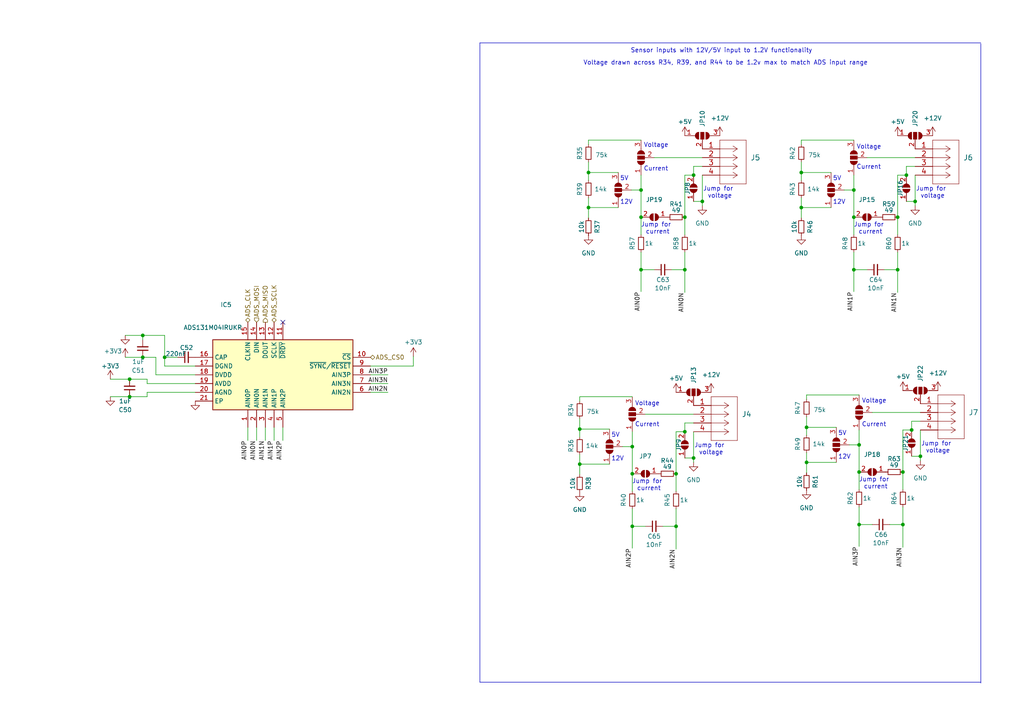
<source format=kicad_sch>
(kicad_sch (version 20231120) (generator "eeschema") (generator_version "8.0")
  (paper "A4")
  (lib_symbols
    (symbol "Device:C_Small" (pin_numbers hide) (pin_names (offset 0.254) hide)
      (property "Reference" "C" (at 0.254 1.778 0))
      (property "Value" "C_Small" (at 0.254 -2.032 0))
      (symbol "C_Small_0_1"
        (polyline (pts (xy -1.524 -0.508) (xy 1.524 -0.508)) (stroke (width 0.3302)))
        (polyline (pts (xy -1.524 0.508) (xy 1.524 0.508)) (stroke (width 0.3048)))
      )
      (symbol "C_Small_1_1"
        (pin passive line (at 0 2.54 270) (length 2.032) (name "~") (number "1"))
        (pin passive line (at 0 -2.54 90) (length 2.032) (name "~") (number "2"))
      )
    )
    (symbol "Device:R_Small" (pin_numbers hide) (pin_names (offset 0.254) hide)
      (property "Reference" "R" (at 0.762 0.508 0))
      (property "Value" "R_Small" (at 0.762 -1.016 0))
      (symbol "R_Small_0_1"
        (rectangle (start -0.762 1.778) (end 0.762 -1.778) (stroke (width 0.2032)))
      )
      (symbol "R_Small_1_1"
        (pin passive line (at 0 2.54 270) (length 0.762) (name "~") (number "1"))
        (pin passive line (at 0 -2.54 90) (length 0.762) (name "~") (number "2"))
      )
    )
    (symbol "GND_1" (power) (pin_names (offset 0))
      (property "Value" "GND_1" (at 0 -3.81 0))
      (symbol "GND_1_0_1"
        (polyline (pts (xy 0 0) (xy 0 -1.27) (xy 1.27 -1.27) (xy 0 -2.54) (xy -1.27 -1.27) (xy 0 -1.27)))
      )
      (symbol "GND_1_1_1"
        (pin power_in line (at 0 0 270) (length 0) hide (name "GND") (number "1"))
      )
    )
    (symbol "Jumper:SolderJumper_2_Open" (pin_names (offset 0) hide)
      (property "Reference" "JP" (at 0 2.032 0))
      (property "Value" "SolderJumper_2_Open" (at 0 -2.54 0))
      (symbol "SolderJumper_2_Open_0_1"
        (arc (start -0.254 1.016) (mid -1.2656 0) (end -0.254 -1.016))
        (arc (start -0.254 1.016) (mid -1.2656 0) (end -0.254 -1.016) (fill (type outline)))
        (polyline (pts (xy -0.254 1.016) (xy -0.254 -1.016)))
        (polyline (pts (xy 0.254 1.016) (xy 0.254 -1.016)))
        (arc (start 0.254 -1.016) (mid 1.2656 0) (end 0.254 1.016))
        (arc (start 0.254 -1.016) (mid 1.2656 0) (end 0.254 1.016) (fill (type outline)))
      )
      (symbol "SolderJumper_2_Open_1_1"
        (pin passive line (at -3.81 0 0) (length 2.54) (name "A") (number "1"))
        (pin passive line (at 3.81 0 180) (length 2.54) (name "B") (number "2"))
      )
    )
    (symbol "Jumper:SolderJumper_3_Open" (pin_names (offset 0) hide)
      (property "Reference" "JP" (at -2.54 -2.54 0))
      (property "Value" "SolderJumper_3_Open" (at 0 2.794 0))
      (symbol "SolderJumper_3_Open_0_1"
        (arc (start -1.016 1.016) (mid -2.0276 0) (end -1.016 -1.016))
        (arc (start -1.016 1.016) (mid -2.0276 0) (end -1.016 -1.016) (fill (type outline)))
        (rectangle (start -0.508 1.016) (end 0.508 -1.016) (fill (type outline)))
        (polyline (pts (xy -2.54 0) (xy -2.032 0)))
        (polyline (pts (xy -1.016 1.016) (xy -1.016 -1.016)))
        (polyline (pts (xy 0 -1.27) (xy 0 -1.016)))
        (polyline (pts (xy 1.016 1.016) (xy 1.016 -1.016)))
        (polyline (pts (xy 2.54 0) (xy 2.032 0)))
        (arc (start 1.016 -1.016) (mid 2.0276 0) (end 1.016 1.016))
        (arc (start 1.016 -1.016) (mid 2.0276 0) (end 1.016 1.016) (fill (type outline)))
      )
      (symbol "SolderJumper_3_Open_1_1"
        (pin passive line (at -5.08 0 0) (length 2.54) (name "A") (number "1"))
        (pin input line (at 0 -3.81 90) (length 2.54) (name "C") (number "2"))
        (pin passive line (at 5.08 0 180) (length 2.54) (name "B") (number "3"))
      )
    )
    (symbol "iclr:1053131104" (pin_names (offset 0.254) hide)
      (property "Reference" "J" (at 8.89 6.35 0))
      (property "Value" "1053131104" (at 10.16 -5.08 0))
      (symbol "1053131104_1_1"
        (polyline (pts (xy 5.08 -10.16) (xy 12.7 -10.16)) (stroke (width 0.127)))
        (polyline (pts (xy 5.08 2.54) (xy 5.08 -10.16)) (stroke (width 0.127)))
        (polyline (pts (xy 10.16 -7.62) (xy 5.08 -7.62)) (stroke (width 0.127)))
        (polyline (pts (xy 10.16 -7.62) (xy 8.89 -8.4582)) (stroke (width 0.127)))
        (polyline (pts (xy 10.16 -7.62) (xy 8.89 -6.7818)) (stroke (width 0.127)))
        (polyline (pts (xy 10.16 -5.08) (xy 5.08 -5.08)) (stroke (width 0.127)))
        (polyline (pts (xy 10.16 -5.08) (xy 8.89 -5.9182)) (stroke (width 0.127)))
        (polyline (pts (xy 10.16 -5.08) (xy 8.89 -4.2418)) (stroke (width 0.127)))
        (polyline (pts (xy 10.16 -2.54) (xy 5.08 -2.54)) (stroke (width 0.127)))
        (polyline (pts (xy 10.16 -2.54) (xy 8.89 -3.3782)) (stroke (width 0.127)))
        (polyline (pts (xy 10.16 -2.54) (xy 8.89 -1.7018)) (stroke (width 0.127)))
        (polyline (pts (xy 10.16 0) (xy 5.08 0)) (stroke (width 0.127)))
        (polyline (pts (xy 10.16 0) (xy 8.89 -0.8382)) (stroke (width 0.127)))
        (polyline (pts (xy 10.16 0) (xy 8.89 0.8382)) (stroke (width 0.127)))
        (polyline (pts (xy 12.7 -10.16) (xy 12.7 2.54)) (stroke (width 0.127)))
        (polyline (pts (xy 12.7 2.54) (xy 5.08 2.54)) (stroke (width 0.127)))
        (pin unspecified line (at 0 0 0) (length 5.08) (name "1") (number "1"))
        (pin unspecified line (at 0 -2.54 0) (length 5.08) (name "2") (number "2"))
        (pin unspecified line (at 0 -5.08 0) (length 5.08) (name "3") (number "3"))
        (pin unspecified line (at 0 -7.62 0) (length 5.08) (name "4") (number "4"))
      )
    )
    (symbol "iclr:ADS131M04IRUKR"
      (property "Reference" "IC" (at 26.67 15.24 0))
      (property "Value" "ADS131M04IRUKR" (at 26.67 12.7 0))
      (symbol "ADS131M04IRUKR_1_1"
        (rectangle (start 5.08 10.16) (end 25.4 -30.48) (stroke (width 0.254)) (fill (type background)))
        (pin passive line (at 0 0 0) (length 5.08) (name "AIN0P") (number "1"))
        (pin passive line (at 20.32 -35.56 90) (length 5.08) (name "~{CS}") (number "10"))
        (pin passive line (at 30.48 -10.16 180) (length 5.08) (name "~{DRDY}") (number "11"))
        (pin passive line (at 30.48 -7.62 180) (length 5.08) (name "SCLK") (number "12"))
        (pin passive line (at 30.48 -5.08 180) (length 5.08) (name "DOUT") (number "13"))
        (pin passive line (at 30.48 -2.54 180) (length 5.08) (name "DIN") (number "14"))
        (pin passive line (at 30.48 0 180) (length 5.08) (name "CLKIN") (number "15"))
        (pin passive line (at 20.32 15.24 270) (length 5.08) (name "CAP") (number "16"))
        (pin passive line (at 17.78 15.24 270) (length 5.08) (name "DGND") (number "17"))
        (pin passive line (at 15.24 15.24 270) (length 5.08) (name "DVDD") (number "18"))
        (pin passive line (at 12.7 15.24 270) (length 5.08) (name "AVDD") (number "19"))
        (pin passive line (at 0 -2.54 0) (length 5.08) (name "AIN0N") (number "2"))
        (pin passive line (at 10.16 15.24 270) (length 5.08) (name "AGND") (number "20"))
        (pin passive line (at 7.62 15.24 270) (length 5.08) (name "EP") (number "21"))
        (pin passive line (at 0 -5.08 0) (length 5.08) (name "AIN1N") (number "3"))
        (pin passive line (at 0 -7.62 0) (length 5.08) (name "AIN1P") (number "4"))
        (pin passive line (at 0 -10.16 0) (length 5.08) (name "AIN2P") (number "5"))
        (pin passive line (at 10.16 -35.56 90) (length 5.08) (name "AIN2N") (number "6"))
        (pin passive line (at 12.7 -35.56 90) (length 5.08) (name "AIN3N") (number "7"))
        (pin passive line (at 15.24 -35.56 90) (length 5.08) (name "AIN3P") (number "8"))
        (pin passive line (at 17.78 -35.56 90) (length 5.08) (name "~{SYNC}/~{RESET}") (number "9"))
      )
    )
    (symbol "power:+12V" (power) (pin_names (offset 0))
      (property "Value" "+12V" (at 0 3.556 0))
      (symbol "+12V_0_1"
        (polyline (pts (xy -0.762 1.27) (xy 0 2.54)))
        (polyline (pts (xy 0 0) (xy 0 2.54)))
        (polyline (pts (xy 0 2.54) (xy 0.762 1.27)))
      )
      (symbol "+12V_1_1"
        (pin power_in line (at 0 0 90) (length 0) hide (name "+12V") (number "1"))
      )
    )
    (symbol "power:+3.3V" (power) (pin_names (offset 0))
      (property "Value" "+3.3V" (at 0 3.556 0))
      (symbol "+3.3V_0_1"
        (polyline (pts (xy -0.762 1.27) (xy 0 2.54)))
        (polyline (pts (xy 0 0) (xy 0 2.54)))
        (polyline (pts (xy 0 2.54) (xy 0.762 1.27)))
      )
      (symbol "+3.3V_1_1"
        (pin power_in line (at 0 0 90) (length 0) hide (name "+3V3") (number "1"))
      )
    )
    (symbol "power:+3V3" (power) (pin_numbers hide) (pin_names (offset 0) hide)
      (property "Value" "+3V3" (at 0 3.556 0))
      (symbol "+3V3_0_1"
        (polyline (pts (xy -0.762 1.27) (xy 0 2.54)))
        (polyline (pts (xy 0 0) (xy 0 2.54)))
        (polyline (pts (xy 0 2.54) (xy 0.762 1.27)))
      )
      (symbol "+3V3_1_1"
        (pin power_in line (at 0 0 90) (length 0) (name "~") (number "1"))
      )
    )
    (symbol "power:+5V" (power) (pin_names (offset 0))
      (property "Value" "+5V" (at 0 3.556 0))
      (symbol "+5V_0_1"
        (polyline (pts (xy -0.762 1.27) (xy 0 2.54)))
        (polyline (pts (xy 0 0) (xy 0 2.54)))
        (polyline (pts (xy 0 2.54) (xy 0.762 1.27)))
      )
      (symbol "+5V_1_1"
        (pin power_in line (at 0 0 90) (length 0) hide (name "+5V") (number "1"))
      )
    )
    (symbol "power:GND" (power) (pin_names (offset 0))
      (property "Value" "GND" (at 0 -3.81 0))
      (symbol "GND_0_1"
        (polyline (pts (xy 0 0) (xy 0 -1.27) (xy 1.27 -1.27) (xy 0 -2.54) (xy -1.27 -1.27) (xy 0 -1.27)))
      )
      (symbol "GND_1_1"
        (pin power_in line (at 0 0 270) (length 0) hide (name "GND") (number "1"))
      )
    )
  )
  (junction (at 201.168 132.842))
  (junction (at 260.35 62.992))
  (junction (at 233.934 123.952))
  (junction (at 47.752 103.632))
  (junction (at 198.628 125.222))
  (junction (at 260.35 78.232))
  (junction (at 247.65 62.992))
  (junction (at 41.402 97.282))
  (junction (at 232.41 50.038))
  (junction (at 261.874 136.906))
  (junction (at 183.388 152.654))
  (junction (at 185.928 62.992))
  (junction (at 265.43 58.42))
  (junction (at 247.65 78.232))
  (junction (at 170.688 50.038))
  (junction (at 198.628 62.992))
  (junction (at 233.934 134.112))
  (junction (at 170.688 60.198))
  (junction (at 261.874 152.146))
  (junction (at 168.148 134.62))
  (junction (at 198.628 78.232))
  (junction (at 185.928 55.118))
  (junction (at 37.592 115.062))
  (junction (at 196.088 152.654))
  (junction (at 249.174 129.032))
  (junction (at 262.89 50.8))
  (junction (at 183.388 137.414))
  (junction (at 232.41 60.198))
  (junction (at 247.65 55.118))
  (junction (at 196.088 137.414))
  (junction (at 37.592 109.982))
  (junction (at 249.174 152.146))
  (junction (at 41.402 103.632))
  (junction (at 266.954 132.334))
  (junction (at 249.174 136.906))
  (junction (at 185.928 78.232))
  (junction (at 201.168 50.8))
  (junction (at 168.148 124.46))
  (junction (at 203.708 58.42))
  (junction (at 183.388 129.54))
  (junction (at 264.414 124.714))
  (no_connect (at 82.042 93.472))
  (wire (pts (xy 233.934 120.904) (xy 233.934 123.952)))
  (wire (pts (xy 262.89 58.42) (xy 265.43 58.42)))
  (wire (pts (xy 266.954 124.714) (xy 266.954 132.334)))
  (wire (pts (xy 183.134 55.118) (xy 185.928 55.118)))
  (wire (pts (xy 198.628 132.842) (xy 201.168 132.842)))
  (wire (pts (xy 42.672 109.982) (xy 42.672 111.252)))
  (wire (pts (xy 201.168 48.26) (xy 203.708 48.26)))
  (wire (pts (xy 45.212 103.632) (xy 45.212 108.712)))
  (wire (pts (xy 201.168 48.26) (xy 201.168 50.8)))
  (wire (pts (xy 247.65 78.232) (xy 251.46 78.232)))
  (wire (pts (xy 183.388 137.414) (xy 183.388 142.494)))
  (wire (pts (xy 170.688 40.64) (xy 170.688 41.91)))
  (wire (pts (xy 45.212 108.712) (xy 56.642 108.712)))
  (wire (pts (xy 183.388 152.654) (xy 187.198 152.654)))
  (wire (pts (xy 203.708 58.42) (xy 203.708 59.69)))
  (wire (pts (xy 79.502 127.762) (xy 79.502 123.952)))
  (wire (pts (xy 37.592 109.982) (xy 32.004 109.982)))
  (wire (pts (xy 168.148 121.412) (xy 168.148 124.46)))
  (wire (pts (xy 183.388 129.54) (xy 183.388 137.414)))
  (wire (pts (xy 201.168 125.222) (xy 201.168 132.842)))
  (wire (pts (xy 251.46 45.72) (xy 265.43 45.72)))
  (wire (pts (xy 37.592 113.792) (xy 37.592 115.062)))
  (wire (pts (xy 247.65 62.992) (xy 247.65 68.072)))
  (wire (pts (xy 232.41 40.64) (xy 232.41 41.91)))
  (wire (pts (xy 233.934 134.112) (xy 242.57 134.112)))
  (wire (pts (xy 247.65 50.8) (xy 247.65 55.118)))
  (wire (pts (xy 198.628 78.232) (xy 198.628 84.836)))
  (wire (pts (xy 41.402 97.282) (xy 41.402 98.552)))
  (wire (pts (xy 168.148 134.62) (xy 168.148 137.668)))
  (wire (pts (xy 170.688 50.038) (xy 170.688 52.324)))
  (wire (pts (xy 185.928 78.232) (xy 189.738 78.232)))
  (wire (pts (xy 183.388 125.222) (xy 183.388 129.54)))
  (wire (pts (xy 71.882 127.762) (xy 71.882 123.952)))
  (wire (pts (xy 232.41 46.99) (xy 232.41 50.038)))
  (wire (pts (xy 233.934 131.318) (xy 233.934 134.112)))
  (wire (pts (xy 37.592 115.062) (xy 42.672 115.062)))
  (wire (pts (xy 261.874 152.146) (xy 261.874 158.75)))
  (wire (pts (xy 233.934 134.112) (xy 233.934 137.16)))
  (wire (pts (xy 260.35 78.232) (xy 260.35 84.836)))
  (wire (pts (xy 168.148 124.46) (xy 176.784 124.46)))
  (wire (pts (xy 185.928 73.152) (xy 185.928 78.232)))
  (wire (pts (xy 185.928 50.8) (xy 185.928 55.118)))
  (wire (pts (xy 187.198 120.142) (xy 201.168 120.142)))
  (wire (pts (xy 249.174 124.714) (xy 249.174 129.032)))
  (wire (pts (xy 107.442 111.252) (xy 112.522 111.252)))
  (wire (pts (xy 183.388 152.654) (xy 183.388 159.004)))
  (wire (pts (xy 168.148 115.062) (xy 168.148 116.332)))
  (polyline (pts (xy 284.48 12.7) (xy 284.48 198.12)))
  (wire (pts (xy 185.928 55.118) (xy 185.928 62.992)))
  (wire (pts (xy 232.41 60.198) (xy 232.41 63.246)))
  (wire (pts (xy 196.088 137.414) (xy 196.088 142.494)))
  (wire (pts (xy 203.708 50.8) (xy 203.708 58.42)))
  (wire (pts (xy 36.322 103.632) (xy 41.402 103.632)))
  (wire (pts (xy 266.954 132.334) (xy 266.954 133.604)))
  (wire (pts (xy 232.41 57.404) (xy 232.41 60.198)))
  (wire (pts (xy 32.004 115.062) (xy 37.592 115.062)))
  (polyline (pts (xy 139.192 12.446) (xy 139.192 197.866)))
  (wire (pts (xy 183.388 115.062) (xy 168.148 115.062)))
  (wire (pts (xy 198.628 62.992) (xy 198.628 68.072)))
  (wire (pts (xy 170.688 50.038) (xy 179.324 50.038)))
  (wire (pts (xy 196.088 125.222) (xy 198.628 125.222)))
  (wire (pts (xy 198.628 122.682) (xy 198.628 125.222)))
  (wire (pts (xy 47.752 103.632) (xy 51.562 103.632)))
  (wire (pts (xy 185.928 40.64) (xy 170.688 40.64)))
  (wire (pts (xy 189.738 45.72) (xy 203.708 45.72)))
  (wire (pts (xy 265.43 58.42) (xy 265.43 59.69)))
  (wire (pts (xy 198.628 122.682) (xy 201.168 122.682)))
  (wire (pts (xy 170.688 60.198) (xy 179.324 60.198)))
  (wire (pts (xy 246.38 129.032) (xy 249.174 129.032)))
  (wire (pts (xy 249.174 136.906) (xy 249.174 141.986)))
  (wire (pts (xy 185.928 78.232) (xy 185.928 84.582)))
  (wire (pts (xy 233.934 123.952) (xy 233.934 126.238)))
  (wire (pts (xy 198.628 62.992) (xy 198.628 50.8)))
  (wire (pts (xy 261.874 152.146) (xy 261.874 147.066)))
  (wire (pts (xy 198.628 50.8) (xy 201.168 50.8)))
  (wire (pts (xy 249.174 152.146) (xy 249.174 158.496)))
  (wire (pts (xy 170.688 60.198) (xy 170.688 63.246)))
  (wire (pts (xy 258.064 152.146) (xy 261.874 152.146)))
  (wire (pts (xy 233.934 123.952) (xy 242.57 123.952)))
  (wire (pts (xy 119.888 103.378) (xy 119.888 106.172)))
  (wire (pts (xy 247.65 40.64) (xy 232.41 40.64)))
  (wire (pts (xy 201.168 132.842) (xy 201.168 134.112)))
  (wire (pts (xy 37.592 109.982) (xy 37.592 111.252)))
  (wire (pts (xy 198.628 78.232) (xy 198.628 73.152)))
  (wire (pts (xy 249.174 114.554) (xy 233.934 114.554)))
  (wire (pts (xy 256.54 78.232) (xy 260.35 78.232)))
  (wire (pts (xy 264.414 132.334) (xy 266.954 132.334)))
  (wire (pts (xy 41.402 97.282) (xy 47.752 97.282)))
  (wire (pts (xy 196.088 152.654) (xy 196.088 159.258)))
  (wire (pts (xy 36.322 97.282) (xy 41.402 97.282)))
  (wire (pts (xy 42.672 111.252) (xy 56.642 111.252)))
  (wire (pts (xy 107.442 113.792) (xy 112.522 113.792)))
  (wire (pts (xy 47.752 97.282) (xy 47.752 103.632)))
  (wire (pts (xy 261.874 124.714) (xy 264.414 124.714)))
  (wire (pts (xy 262.89 48.26) (xy 265.43 48.26)))
  (wire (pts (xy 168.148 124.46) (xy 168.148 126.746)))
  (wire (pts (xy 170.688 57.404) (xy 170.688 60.198)))
  (wire (pts (xy 74.422 127.762) (xy 74.422 123.952)))
  (wire (pts (xy 261.874 136.906) (xy 261.874 141.986)))
  (wire (pts (xy 247.65 73.152) (xy 247.65 78.232)))
  (wire (pts (xy 247.65 55.118) (xy 247.65 62.992)))
  (wire (pts (xy 249.174 147.066) (xy 249.174 152.146)))
  (wire (pts (xy 264.414 122.174) (xy 266.954 122.174)))
  (wire (pts (xy 252.984 119.634) (xy 266.954 119.634)))
  (wire (pts (xy 196.088 152.654) (xy 196.088 147.574)))
  (polyline (pts (xy 284.48 197.866) (xy 139.192 197.866)))
  (wire (pts (xy 185.928 62.992) (xy 185.928 68.072)))
  (wire (pts (xy 168.148 131.826) (xy 168.148 134.62)))
  (wire (pts (xy 107.442 108.712) (xy 112.522 108.712)))
  (wire (pts (xy 168.148 134.62) (xy 176.784 134.62)))
  (wire (pts (xy 196.088 137.414) (xy 196.088 125.222)))
  (wire (pts (xy 262.89 48.26) (xy 262.89 50.8)))
  (wire (pts (xy 180.594 129.54) (xy 183.388 129.54)))
  (wire (pts (xy 260.35 78.232) (xy 260.35 73.152)))
  (polyline (pts (xy 139.192 12.446) (xy 284.48 12.446)))
  (wire (pts (xy 41.402 103.632) (xy 45.212 103.632)))
  (wire (pts (xy 260.35 62.992) (xy 260.35 68.072)))
  (wire (pts (xy 264.414 122.174) (xy 264.414 124.714)))
  (wire (pts (xy 42.672 115.062) (xy 42.672 113.792)))
  (wire (pts (xy 201.168 58.42) (xy 203.708 58.42)))
  (wire (pts (xy 233.934 114.554) (xy 233.934 115.824)))
  (wire (pts (xy 107.442 106.172) (xy 119.888 106.172)))
  (wire (pts (xy 260.35 50.8) (xy 262.89 50.8)))
  (wire (pts (xy 37.592 109.982) (xy 42.672 109.982)))
  (wire (pts (xy 232.41 50.038) (xy 232.41 52.324)))
  (wire (pts (xy 76.962 127.762) (xy 76.962 123.952)))
  (wire (pts (xy 249.174 152.146) (xy 252.984 152.146)))
  (wire (pts (xy 260.35 62.992) (xy 260.35 50.8)))
  (wire (pts (xy 247.65 78.232) (xy 247.65 84.582)))
  (wire (pts (xy 192.278 152.654) (xy 196.088 152.654)))
  (wire (pts (xy 47.752 103.632) (xy 47.752 106.172)))
  (wire (pts (xy 265.43 50.8) (xy 265.43 58.42)))
  (wire (pts (xy 232.41 50.038) (xy 241.046 50.038)))
  (wire (pts (xy 170.688 46.99) (xy 170.688 50.038)))
  (wire (pts (xy 194.818 78.232) (xy 198.628 78.232)))
  (wire (pts (xy 47.752 106.172) (xy 56.642 106.172)))
  (wire (pts (xy 249.174 129.032) (xy 249.174 136.906)))
  (wire (pts (xy 261.874 136.906) (xy 261.874 124.714)))
  (wire (pts (xy 232.41 60.198) (xy 241.046 60.198)))
  (wire (pts (xy 82.042 127.762) (xy 82.042 123.952)))
  (wire (pts (xy 244.856 55.118) (xy 247.65 55.118)))
  (wire (pts (xy 183.388 147.574) (xy 183.388 152.654)))
  (wire (pts (xy 42.672 113.792) (xy 56.642 113.792)))
  (text "12V\n" (at 243.078 133.35 0) (effects (font (size 1.27 1.27)) (justify left bottom)))
  (text "Jump for \ncurrent" (at 254 141.986 0) (effects (font (size 1.27 1.27)) (justify bottom)))
  (text "Voltage drawn across R34, R39, and R44 to be 1.2v max to match ADS input range" (at 169.164 19.05 0) (effects (font (size 1.27 1.27)) (justify left bottom)))
  (text "5V" (at 179.832 52.578 0) (effects (font (size 1.27 1.27)) (justify left bottom)))
  (text "Jump for \ncurrent" (at 188.214 142.494 0) (effects (font (size 1.27 1.27)) (justify bottom)))
  (text "5V" (at 243.078 126.492 0) (effects (font (size 1.27 1.27)) (justify left bottom)))
  (text "Voltage" (at 184.15 117.856 0) (effects (font (size 1.27 1.27)) (justify left bottom)))
  (text "Voltage" (at 249.936 117.094 0) (effects (font (size 1.27 1.27)) (justify left bottom)))
  (text "12V\n" (at 241.554 59.436 0) (effects (font (size 1.27 1.27)) (justify left bottom)))
  (text "12V\n" (at 179.832 59.436 0) (effects (font (size 1.27 1.27)) (justify left bottom)))
  (text "Current" (at 186.69 49.784 0) (effects (font (size 1.27 1.27)) (justify left bottom)))
  (text "Jump for \nvoltage" (at 206.248 132.08 0) (effects (font (size 1.27 1.27)) (justify bottom)))
  (text "Jump for \ncurrent" (at 252.476 68.072 0) (effects (font (size 1.27 1.27)) (justify bottom)))
  (text "12V\n" (at 177.292 133.858 0) (effects (font (size 1.27 1.27)) (justify left bottom)))
  (text "Jump for \nvoltage" (at 208.788 57.658 0) (effects (font (size 1.27 1.27)) (justify bottom)))
  (text "Voltage" (at 248.412 43.434 0) (effects (font (size 1.27 1.27)) (justify left bottom)))
  (text "Jump for \nvoltage" (at 270.51 57.658 0) (effects (font (size 1.27 1.27)) (justify bottom)))
  (text "5V" (at 177.292 127 0) (effects (font (size 1.27 1.27)) (justify left bottom)))
  (text "Voltage" (at 186.69 42.926 0) (effects (font (size 1.27 1.27)) (justify left bottom)))
  (text "Sensor inputs with 12V/5V input to 1.2V functionality\n" (at 182.88 15.494 0) (effects (font (size 1.27 1.27)) (justify left bottom)))
  (text "Current" (at 248.412 49.276 0) (effects (font (size 1.27 1.27)) (justify left bottom)))
  (text "Jump for \nvoltage" (at 272.034 131.572 0) (effects (font (size 1.27 1.27)) (justify bottom)))
  (text "Current" (at 184.15 123.952 0) (effects (font (size 1.27 1.27)) (justify left bottom)))
  (text "Current" (at 249.936 123.952 0) (effects (font (size 1.27 1.27)) (justify left bottom)))
  (text "5V" (at 241.554 52.578 0) (effects (font (size 1.27 1.27)) (justify left bottom)))
  (text "Jump for \ncurrent" (at 190.754 68.072 0) (effects (font (size 1.27 1.27)) (justify bottom)))
  (label "AIN0N" (at 74.422 127.762 270))
  (label "AIN3P" (at 249.174 158.496 270))
  (label "AIN0P" (at 185.928 84.582 270))
  (label "AIN3N" (at 261.874 158.75 270))
  (label "AIN1P" (at 79.502 127.762 270))
  (label "AIN2P" (at 82.042 127.762 270))
  (label "AIN1N" (at 76.962 127.762 270))
  (label "AIN0N" (at 198.628 84.836 270))
  (label "AIN2N" (at 112.522 113.792 180))
  (label "AIN2N" (at 196.088 159.258 270))
  (label "AIN3P" (at 112.522 108.712 180))
  (label "AIN1N" (at 260.35 84.836 270))
  (label "AIN2P" (at 183.388 159.004 270))
  (label "AIN1P" (at 247.65 84.582 270))
  (label "AIN3N" (at 112.522 111.252 180))
  (label "AIN0P" (at 71.882 127.762 270))
  (hierarchical_label "ADS_MISO" (shape output) (at 76.962 93.472 90))
  (hierarchical_label "ADS_CLK" (shape bidirectional) (at 71.882 93.472 90))
  (hierarchical_label "ADS_MOSI" (shape input) (at 74.422 93.472 90))
  (hierarchical_label "ADS_CS0" (shape bidirectional) (at 107.442 103.632 0))
  (hierarchical_label "ADS_SCLK" (shape bidirectional) (at 79.502 93.472 90))
  (symbol (lib_id "iclr:1053131104") (at 201.168 117.602 0) (unit 1)
    (property "Reference" "J4" (at 215.138 120.142 0) (effects (font (size 1.524 1.524)) (justify left)))
    (property "Value" "1053131104" (effects (hide yes)))
    (property "Footprint" "Connector_Molex:Molex_Nano-Fit_105313-xx04_1x04_P2.50mm_Horizontal" (effects (hide yes)))
  )
  (symbol (lib_id "Device:R_Small") (at 247.65 70.612 0) (unit 1)
    (property "Reference" "R48" (at 245.11 70.612 90))
    (property "Value" "1k" (at 249.936 70.612 0))
    (property "Footprint" "Resistor_SMD:R_0402_1005Metric" (effects (hide yes)))
  )
  (symbol (lib_id "power:GND") (at 203.708 59.69 0) (unit 1)
    (property "Reference" "#PWR098" (effects (hide yes)))
    (property "Value" "GND" (at 203.708 64.77 0))
  )
  (symbol (lib_id "power:+5V") (at 198.628 39.37 0) (unit 1)
    (property "Reference" "#PWR0103" (effects (hide yes)))
    (property "Value" "+5V" (at 198.628 35.306 0))
  )
  (symbol (lib_id "Jumper:SolderJumper_3_Open") (at 265.43 39.37 0) (unit 1)
    (property "Reference" "JP20" (at 265.43 36.83 90) (effects (justify left)))
    (property "Value" "SolderJumper_3_Open" (effects (hide yes)))
    (property "Footprint" "Jumper:SolderJumper-3_P1.3mm_Open_RoundedPad1.0x1.5mm_NumberLabels" (effects (hide yes)))
  )
  (symbol (lib_id "Jumper:SolderJumper_2_Open") (at 201.168 54.61 90) (unit 1)
    (property "Reference" "JP8" (at 199.39 54.61 0))
    (property "Value" "SolderJumper_2_Open" (effects (hide yes)))
    (property "Footprint" "iclr:SmallerSolderJP" (effects (hide yes)))
  )
  (symbol (lib_id "Device:R_Small") (at 196.088 145.034 0) (unit 1)
    (property "Reference" "R45" (at 193.548 145.034 90))
    (property "Value" "1k" (at 198.374 145.034 0))
    (property "Footprint" "Resistor_SMD:R_0402_1005Metric" (effects (hide yes)))
  )
  (symbol (lib_id "Device:R_Small") (at 168.148 129.286 0) (unit 1)
    (property "Reference" "R36" (at 165.608 129.286 90))
    (property "Value" "14k" (at 171.704 129.286 0))
    (property "Footprint" "Resistor_SMD:R_0402_1005Metric" (effects (hide yes)))
  )
  (symbol (lib_name "GND_1") (lib_id "power:GND") (at 56.642 116.332 0) (unit 1)
    (property "Reference" "#PWR0121" (effects (hide yes)))
    (property "Value" "GND" (effects (hide yes)))
  )
  (symbol (lib_id "Jumper:SolderJumper_3_Open") (at 266.954 113.284 0) (unit 1)
    (property "Reference" "JP22" (at 266.954 110.744 90) (effects (justify left)))
    (property "Value" "SolderJumper_3_Open" (effects (hide yes)))
    (property "Footprint" "Jumper:SolderJumper-3_P1.3mm_Open_RoundedPad1.0x1.5mm_NumberLabels" (effects (hide yes)))
  )
  (symbol (lib_id "Device:R_Small") (at 233.934 128.778 0) (unit 1)
    (property "Reference" "R49" (at 231.394 128.778 90))
    (property "Value" "14k" (at 237.49 128.778 0))
    (property "Footprint" "Resistor_SMD:R_0402_1005Metric" (effects (hide yes)))
  )
  (symbol (lib_id "Jumper:SolderJumper_2_Open") (at 251.46 62.992 180) (unit 1)
    (property "Reference" "JP15" (at 251.46 57.912 0))
    (property "Value" "SolderJumper_2_Open" (effects (hide yes)))
    (property "Footprint" "iclr:SmallerSolderJP" (effects (hide yes)))
  )
  (symbol (lib_id "Jumper:SolderJumper_2_Open") (at 189.738 62.992 180) (unit 1)
    (property "Reference" "JP19" (at 189.738 57.912 0))
    (property "Value" "SolderJumper_2_Open" (effects (hide yes)))
    (property "Footprint" "iclr:SmallerSolderJP" (effects (hide yes)))
  )
  (symbol (lib_id "Jumper:SolderJumper_3_Open") (at 201.168 113.792 0) (unit 1)
    (property "Reference" "JP13" (at 201.168 111.252 90) (effects (justify left)))
    (property "Value" "SolderJumper_3_Open" (effects (hide yes)))
    (property "Footprint" "Jumper:SolderJumper-3_P1.3mm_Open_RoundedPad1.0x1.5mm_NumberLabels" (effects (hide yes)))
  )
  (symbol (lib_id "iclr:1053131104") (at 265.43 43.18 0) (unit 1)
    (property "Reference" "J6" (at 279.4 45.72 0) (effects (font (size 1.524 1.524)) (justify left)))
    (property "Value" "1053131104" (effects (hide yes)))
    (property "Footprint" "Connector_Molex:Molex_Nano-Fit_105313-xx04_1x04_P2.50mm_Horizontal" (effects (hide yes)))
  )
  (symbol (lib_id "power:GND") (at 266.954 133.604 0) (unit 1)
    (property "Reference" "#PWR0106" (effects (hide yes)))
    (property "Value" "GND" (at 266.954 138.684 0))
  )
  (symbol (lib_id "power:+3.3V") (at 36.322 103.632 0) (unit 1)
    (property "Reference" "#PWR091" (effects (hide yes)))
    (property "Value" "+3V3" (at 32.766 101.854 0))
  )
  (symbol (lib_id "Device:R_Small") (at 259.334 136.906 90) (unit 1)
    (property "Reference" "R63" (at 259.334 133.096 90))
    (property "Value" "49" (at 259.334 134.874 90))
    (property "Footprint" "Resistor_SMD:R_0402_1005Metric" (effects (hide yes)))
  )
  (symbol (lib_id "Jumper:SolderJumper_3_Open") (at 242.57 129.032 90) (unit 1)
    (property "Reference" "JP14" (effects (hide yes)))
    (property "Value" "SolderJumper_3_Open" (effects (hide yes)))
    (property "Footprint" "Jumper:SolderJumper-3_P1.3mm_Open_RoundedPad1.0x1.5mm_NumberLabels" (effects (hide yes)))
  )
  (symbol (lib_id "Jumper:SolderJumper_2_Open") (at 187.198 137.414 180) (unit 1)
    (property "Reference" "JP7" (at 187.198 132.334 0))
    (property "Value" "SolderJumper_2_Open" (effects (hide yes)))
    (property "Footprint" "iclr:SmallerSolderJP" (effects (hide yes)))
  )
  (symbol (lib_id "power:GND") (at 265.43 59.69 0) (unit 1)
    (property "Reference" "#PWR0105" (effects (hide yes)))
    (property "Value" "GND" (at 265.43 64.77 0))
  )
  (symbol (lib_id "Jumper:SolderJumper_3_Open") (at 183.388 120.142 90) (unit 1)
    (property "Reference" "JP4" (effects (hide yes)))
    (property "Value" "SolderJumper_3_Open" (effects (hide yes)))
    (property "Footprint" "Jumper:SolderJumper-3_P1.3mm_Open_RoundedPad1.0x1.5mm_NumberLabels" (effects (hide yes)))
  )
  (symbol (lib_id "Device:R_Small") (at 193.548 137.414 90) (unit 1)
    (property "Reference" "R44" (at 193.548 133.604 90))
    (property "Value" "49" (at 193.548 135.382 90))
    (property "Footprint" "Resistor_SMD:R_0402_1005Metric" (effects (hide yes)))
  )
  (symbol (lib_id "Jumper:SolderJumper_2_Open") (at 252.984 136.906 180) (unit 1)
    (property "Reference" "JP18" (at 252.984 131.826 0))
    (property "Value" "SolderJumper_2_Open" (effects (hide yes)))
    (property "Footprint" "iclr:SmallerSolderJP" (effects (hide yes)))
  )
  (symbol (lib_id "power:+12V") (at 270.51 39.37 0) (unit 1)
    (property "Reference" "#PWR0107" (effects (hide yes)))
    (property "Value" "+12V" (at 270.51 34.29 0))
  )
  (symbol (lib_id "Device:R_Small") (at 168.148 118.872 0) (unit 1)
    (property "Reference" "R34" (at 165.608 118.872 90))
    (property "Value" "75k" (at 171.958 119.38 0))
    (property "Footprint" "Resistor_SMD:R_0402_1005Metric" (effects (hide yes)))
  )
  (symbol (lib_id "power:GND") (at 201.168 134.112 0) (unit 1)
    (property "Reference" "#PWR097" (effects (hide yes)))
    (property "Value" "GND" (at 201.168 139.192 0))
  )
  (symbol (lib_id "Jumper:SolderJumper_3_Open") (at 179.324 55.118 90) (unit 1)
    (property "Reference" "JP6" (effects (hide yes)))
    (property "Value" "SolderJumper_3_Open" (effects (hide yes)))
    (property "Footprint" "Jumper:SolderJumper-3_P1.3mm_Open_RoundedPad1.0x1.5mm_NumberLabels" (effects (hide yes)))
  )
  (symbol (lib_id "Device:R_Small") (at 168.148 140.208 180) (unit 1)
    (property "Reference" "R38" (at 170.688 140.208 90))
    (property "Value" "10k" (at 166.116 140.208 90))
    (property "Footprint" "Resistor_SMD:R_0402_1005Metric" (effects (hide yes)))
  )
  (symbol (lib_id "Device:R_Small") (at 233.934 139.7 180) (unit 1)
    (property "Reference" "R61" (at 236.474 139.7 90))
    (property "Value" "10k" (at 231.902 139.7 90))
    (property "Footprint" "Resistor_SMD:R_0402_1005Metric" (effects (hide yes)))
  )
  (symbol (lib_id "Device:C_Small") (at 254 78.232 90) (unit 1)
    (property "Reference" "C64" (at 254 81.1417 90))
    (property "Value" "10nF" (at 254 83.566 90))
    (property "Footprint" "Capacitor_SMD:C_0402_1005Metric" (effects (hide yes)))
    (property "Description" "Unpolarized capacitor, small symbol" (effects (hide yes)))
  )
  (symbol (lib_id "Device:R_Small") (at 260.35 70.612 0) (unit 1)
    (property "Reference" "R60" (at 257.81 70.612 90))
    (property "Value" "1k" (at 262.636 70.612 0))
    (property "Footprint" "Resistor_SMD:R_0402_1005Metric" (effects (hide yes)))
  )
  (symbol (lib_id "Device:R_Small") (at 261.874 144.526 0) (unit 1)
    (property "Reference" "R64" (at 259.334 144.526 90))
    (property "Value" "1k" (at 264.16 144.526 0))
    (property "Footprint" "Resistor_SMD:R_0402_1005Metric" (effects (hide yes)))
  )
  (symbol (lib_id "Jumper:SolderJumper_2_Open") (at 264.414 128.524 90) (unit 1)
    (property "Reference" "JP21" (at 262.636 128.524 0))
    (property "Value" "SolderJumper_2_Open" (effects (hide yes)))
    (property "Footprint" "iclr:SmallerSolderJP" (effects (hide yes)))
  )
  (symbol (lib_id "iclr:ADS131M04IRUKR") (at 71.882 123.952 90) (unit 1)
    (property "Reference" "IC5" (at 65.5634 88.392 90))
    (property "Value" "ADS131M04IRUKR" (at 61.722 94.996 90))
    (property "Footprint" "QFN40P300X300X80-21N-D" (effects (hide yes)))
    (property "Datasheet" "https://www.ti.com/lit/ds/symlink/ads131m04.pdf?ts=1684296802707" (effects (hide yes)))
    (property "Description" "4-channel, simultaneously-sampling, 24-bit, delta-sigma ADC" (effects (hide yes)))
    (property "Height" "0.8" (effects (hide yes)))
    (property "Manufacturer_Name" "Texas Instruments" (effects (hide yes)))
    (property "Manufacturer_Part_Number" "ADS131M04IRUKR" (effects (hide yes)))
    (property "Mouser Part Number" "595-ADS131M04IRUKR" (effects (hide yes)))
    (property "Mouser Price/Stock" "https://www.mouser.co.uk/ProductDetail/Texas-Instruments/ADS131M04IRUKR?qs=vLWxofP3U2wP1yUmK0B01A%3D%3D" (effects (hide yes)))
    (property "Arrow Part Number" "ADS131M04IRUKR" (effects (hide yes)))
    (property "Arrow Price/Stock" "https://www.arrow.com/en/products/ads131m04irukr/texas-instruments?region=nac" (effects (hide yes)))
  )
  (symbol (lib_id "Device:R_Small") (at 257.81 62.992 90) (unit 1)
    (property "Reference" "R59" (at 257.81 59.182 90))
    (property "Value" "49" (at 257.81 60.96 90))
    (property "Footprint" "Resistor_SMD:R_0402_1005Metric" (effects (hide yes)))
  )
  (symbol (lib_id "Device:R_Small") (at 183.388 145.034 0) (unit 1)
    (property "Reference" "R40" (at 180.848 145.034 90))
    (property "Value" "1k" (at 185.674 145.034 0))
    (property "Footprint" "Resistor_SMD:R_0402_1005Metric" (effects (hide yes)))
  )
  (symbol (lib_id "Device:R_Small") (at 170.688 44.45 0) (unit 1)
    (property "Reference" "R35" (at 168.148 44.45 90))
    (property "Value" "75k" (at 174.498 44.958 0))
    (property "Footprint" "Resistor_SMD:R_0402_1005Metric" (effects (hide yes)))
  )
  (symbol (lib_id "Jumper:SolderJumper_3_Open") (at 247.65 45.72 90) (unit 1)
    (property "Reference" "JP12" (effects (hide yes)))
    (property "Value" "SolderJumper_3_Open" (effects (hide yes)))
    (property "Footprint" "Jumper:SolderJumper-3_P1.3mm_Open_RoundedPad1.0x1.5mm_NumberLabels" (effects (hide yes)))
  )
  (symbol (lib_id "Device:R_Small") (at 196.088 62.992 90) (unit 1)
    (property "Reference" "R41" (at 196.088 59.182 90))
    (property "Value" "49" (at 196.088 60.96 90))
    (property "Footprint" "Resistor_SMD:R_0402_1005Metric" (effects (hide yes)))
  )
  (symbol (lib_id "power:+5V") (at 260.35 39.37 0) (unit 1)
    (property "Reference" "#PWR0104" (effects (hide yes)))
    (property "Value" "+5V" (at 260.35 35.306 0))
  )
  (symbol (lib_id "Device:C_Small") (at 255.524 152.146 90) (unit 1)
    (property "Reference" "C66" (at 255.524 155.0557 90))
    (property "Value" "10nF" (at 255.524 157.48 90))
    (property "Footprint" "Capacitor_SMD:C_0402_1005Metric" (effects (hide yes)))
    (property "Description" "Unpolarized capacitor, small symbol" (effects (hide yes)))
  )
  (symbol (lib_id "Device:R_Small") (at 249.174 144.526 0) (unit 1)
    (property "Reference" "R62" (at 246.634 144.526 90))
    (property "Value" "1k" (at 251.46 144.526 0))
    (property "Footprint" "Resistor_SMD:R_0402_1005Metric" (effects (hide yes)))
  )
  (symbol (lib_id "Device:R_Small") (at 170.688 54.864 0) (unit 1)
    (property "Reference" "R39" (at 168.148 54.864 90))
    (property "Value" "14k" (at 174.244 54.864 0))
    (property "Footprint" "Resistor_SMD:R_0402_1005Metric" (effects (hide yes)))
  )
  (symbol (lib_name "GND_1") (lib_id "power:GND") (at 32.004 115.062 0) (unit 1)
    (property "Reference" "#PWR089" (effects (hide yes)))
    (property "Value" "GND" (effects (hide yes)))
  )
  (symbol (lib_id "power:+3V3") (at 119.888 103.378 0) (unit 1)
    (property "Reference" "#PWR015" (effects (hide yes)))
    (property "Value" "+3V3" (at 119.888 99.2449 0))
    (property "Description" "Power symbol creates a global label with name \"+3V3\"" (effects (hide yes)))
  )
  (symbol (lib_id "power:GND") (at 233.934 142.24 0) (unit 1)
    (property "Reference" "#PWR0102" (effects (hide yes)))
    (property "Value" "GND" (at 233.934 147.32 0))
  )
  (symbol (lib_id "power:GND") (at 168.148 142.748 0) (unit 1)
    (property "Reference" "#PWR093" (effects (hide yes)))
    (property "Value" "GND" (at 168.148 147.828 0))
  )
  (symbol (lib_id "Jumper:SolderJumper_3_Open") (at 185.928 45.72 90) (unit 1)
    (property "Reference" "JP5" (effects (hide yes)))
    (property "Value" "SolderJumper_3_Open" (effects (hide yes)))
    (property "Footprint" "Jumper:SolderJumper-3_P1.3mm_Open_RoundedPad1.0x1.5mm_NumberLabels" (effects (hide yes)))
  )
  (symbol (lib_id "Jumper:SolderJumper_3_Open") (at 249.174 119.634 90) (unit 1)
    (property "Reference" "JP17" (effects (hide yes)))
    (property "Value" "SolderJumper_3_Open" (effects (hide yes)))
    (property "Footprint" "Jumper:SolderJumper-3_P1.3mm_Open_RoundedPad1.0x1.5mm_NumberLabels" (effects (hide yes)))
  )
  (symbol (lib_id "Device:R_Small") (at 170.688 65.786 180) (unit 1)
    (property "Reference" "R37" (at 173.228 65.786 90))
    (property "Value" "10k" (at 168.656 65.786 90))
    (property "Footprint" "Resistor_SMD:R_0402_1005Metric" (effects (hide yes)))
  )
  (symbol (lib_id "Device:C_Small") (at 41.402 101.092 180) (unit 1)
    (property "Reference" "C51" (at 40.132 107.442 0))
    (property "Value" "1uF" (at 40.132 104.902 0))
    (property "Footprint" "Capacitor_SMD:C_0402_1005Metric" (effects (hide yes)))
  )
  (symbol (lib_id "Device:R_Small") (at 198.628 70.612 0) (unit 1)
    (property "Reference" "R58" (at 196.088 70.612 90))
    (property "Value" "1k" (at 200.914 70.612 0))
    (property "Footprint" "Resistor_SMD:R_0402_1005Metric" (effects (hide yes)))
  )
  (symbol (lib_id "power:GND") (at 170.688 68.326 0) (unit 1)
    (property "Reference" "#PWR094" (effects (hide yes)))
    (property "Value" "GND" (at 170.688 73.406 0))
  )
  (symbol (lib_id "power:+5V") (at 261.874 113.284 0) (unit 1)
    (property "Reference" "#PWR0125" (effects (hide yes)))
    (property "Value" "+5V" (at 261.874 109.22 0))
  )
  (symbol (lib_id "power:+12V") (at 208.788 39.37 0) (unit 1)
    (property "Reference" "#PWR0100" (effects (hide yes)))
    (property "Value" "+12V" (at 208.788 34.29 0))
  )
  (symbol (lib_id "Jumper:SolderJumper_3_Open") (at 176.784 129.54 90) (unit 1)
    (property "Reference" "JP3" (effects (hide yes)))
    (property "Value" "SolderJumper_3_Open" (effects (hide yes)))
    (property "Footprint" "Jumper:SolderJumper-3_P1.3mm_Open_RoundedPad1.0x1.5mm_NumberLabels" (effects (hide yes)))
  )
  (symbol (lib_id "Device:C_Small") (at 189.738 152.654 90) (unit 1)
    (property "Reference" "C65" (at 189.738 155.5637 90))
    (property "Value" "10nF" (at 189.738 157.988 90))
    (property "Footprint" "Capacitor_SMD:C_0402_1005Metric" (effects (hide yes)))
    (property "Description" "Unpolarized capacitor, small symbol" (effects (hide yes)))
  )
  (symbol (lib_id "Device:C_Small") (at 37.592 112.522 180) (unit 1)
    (property "Reference" "C50" (at 36.322 118.872 0))
    (property "Value" "1uF" (at 36.322 116.332 0))
    (property "Footprint" "Capacitor_SMD:C_0402_1005Metric" (effects (hide yes)))
  )
  (symbol (lib_id "power:GND") (at 232.41 68.326 0) (unit 1)
    (property "Reference" "#PWR0101" (effects (hide yes)))
    (property "Value" "GND" (at 232.41 73.406 0))
  )
  (symbol (lib_id "Jumper:SolderJumper_2_Open") (at 262.89 54.61 90) (unit 1)
    (property "Reference" "JP16" (at 261.112 54.61 0))
    (property "Value" "SolderJumper_2_Open" (effects (hide yes)))
    (property "Footprint" "iclr:SmallerSolderJP" (effects (hide yes)))
  )
  (symbol (lib_id "iclr:1053131104") (at 266.954 117.094 0) (unit 1)
    (property "Reference" "J7" (at 280.924 119.634 0) (effects (font (size 1.524 1.524)) (justify left)))
    (property "Value" "1053131104" (effects (hide yes)))
    (property "Footprint" "Connector_Molex:Molex_Nano-Fit_105313-xx04_1x04_P2.50mm_Horizontal" (effects (hide yes)))
  )
  (symbol (lib_id "power:+12V") (at 272.034 113.284 0) (unit 1)
    (property "Reference" "#PWR0108" (effects (hide yes)))
    (property "Value" "+12V" (at 272.034 108.204 0))
  )
  (symbol (lib_id "Jumper:SolderJumper_3_Open") (at 241.046 55.118 90) (unit 1)
    (property "Reference" "JP11" (effects (hide yes)))
    (property "Value" "SolderJumper_3_Open" (effects (hide yes)))
    (property "Footprint" "Jumper:SolderJumper-3_P1.3mm_Open_RoundedPad1.0x1.5mm_NumberLabels" (effects (hide yes)))
  )
  (symbol (lib_name "GND_1") (lib_id "power:GND") (at 36.322 97.282 0) (unit 1)
    (property "Reference" "#PWR090" (effects (hide yes)))
    (property "Value" "GND" (effects (hide yes)))
  )
  (symbol (lib_id "Jumper:SolderJumper_2_Open") (at 198.628 129.032 90) (unit 1)
    (property "Reference" "JP9" (at 196.85 129.032 0))
    (property "Value" "SolderJumper_2_Open" (effects (hide yes)))
    (property "Footprint" "iclr:SmallerSolderJP" (effects (hide yes)))
  )
  (symbol (lib_id "Jumper:SolderJumper_3_Open") (at 203.708 39.37 0) (unit 1)
    (property "Reference" "JP10" (at 203.708 36.83 90) (effects (justify left)))
    (property "Value" "SolderJumper_3_Open" (effects (hide yes)))
    (property "Footprint" "Jumper:SolderJumper-3_P1.3mm_Open_RoundedPad1.0x1.5mm_NumberLabels" (effects (hide yes)))
  )
  (symbol (lib_id "Device:R_Small") (at 232.41 54.864 0) (unit 1)
    (property "Reference" "R43" (at 229.87 54.864 90))
    (property "Value" "14k" (at 235.966 54.864 0))
    (property "Footprint" "Resistor_SMD:R_0402_1005Metric" (effects (hide yes)))
  )
  (symbol (lib_id "Device:R_Small") (at 232.41 44.45 0) (unit 1)
    (property "Reference" "R42" (at 229.87 44.45 90))
    (property "Value" "75k" (at 236.22 44.958 0))
    (property "Footprint" "Resistor_SMD:R_0402_1005Metric" (effects (hide yes)))
  )
  (symbol (lib_id "Device:R_Small") (at 232.41 65.786 180) (unit 1)
    (property "Reference" "R46" (at 234.95 65.786 90))
    (property "Value" "10k" (at 230.378 65.786 90))
    (property "Footprint" "Resistor_SMD:R_0402_1005Metric" (effects (hide yes)))
  )
  (symbol (lib_id "power:+12V") (at 206.248 113.792 0) (unit 1)
    (property "Reference" "#PWR099" (effects (hide yes)))
    (property "Value" "+12V" (at 206.248 108.712 0))
  )
  (symbol (lib_id "Device:C_Small") (at 54.102 103.632 90) (unit 1)
    (property "Reference" "C52" (at 54.102 100.838 90))
    (property "Value" "220nF" (at 51.054 102.616 90))
    (property "Footprint" "Capacitor_SMD:C_0402_1005Metric" (effects (hide yes)))
  )
  (symbol (lib_id "iclr:1053131104") (at 203.708 43.18 0) (unit 1)
    (property "Reference" "J5" (at 217.678 45.72 0) (effects (font (size 1.524 1.524)) (justify left)))
    (property "Value" "1053131104" (effects (hide yes)))
    (property "Footprint" "Connector_Molex:Molex_Nano-Fit_105313-xx04_1x04_P2.50mm_Horizontal" (effects (hide yes)))
  )
  (symbol (lib_id "Device:R_Small") (at 185.928 70.612 0) (unit 1)
    (property "Reference" "R57" (at 183.388 70.612 90))
    (property "Value" "1k" (at 188.214 70.612 0))
    (property "Footprint" "Resistor_SMD:R_0402_1005Metric" (effects (hide yes)))
  )
  (symbol (lib_id "power:+3.3V") (at 32.004 109.982 0) (unit 1)
    (property "Reference" "#PWR088" (effects (hide yes)))
    (property "Value" "+3V3" (at 32.004 106.172 0))
  )
  (symbol (lib_id "Device:R_Small") (at 233.934 118.364 0) (unit 1)
    (property "Reference" "R47" (at 231.394 118.364 90))
    (property "Value" "75k" (at 237.744 118.872 0))
    (property "Footprint" "Resistor_SMD:R_0402_1005Metric" (effects (hide yes)))
  )
  (symbol (lib_id "power:+5V") (at 196.088 113.792 0) (unit 1)
    (property "Reference" "#PWR0131" (effects (hide yes)))
    (property "Value" "+5V" (at 196.088 109.728 0))
  )
  (symbol (lib_id "Device:C_Small") (at 192.278 78.232 90) (unit 1)
    (property "Reference" "C63" (at 192.278 81.1417 90))
    (property "Value" "10nF" (at 192.278 83.566 90))
    (property "Footprint" "Capacitor_SMD:C_0402_1005Metric" (effects (hide yes)))
    (property "Description" "Unpolarized capacitor, small symbol" (effects (hide yes)))
  )
)
</source>
